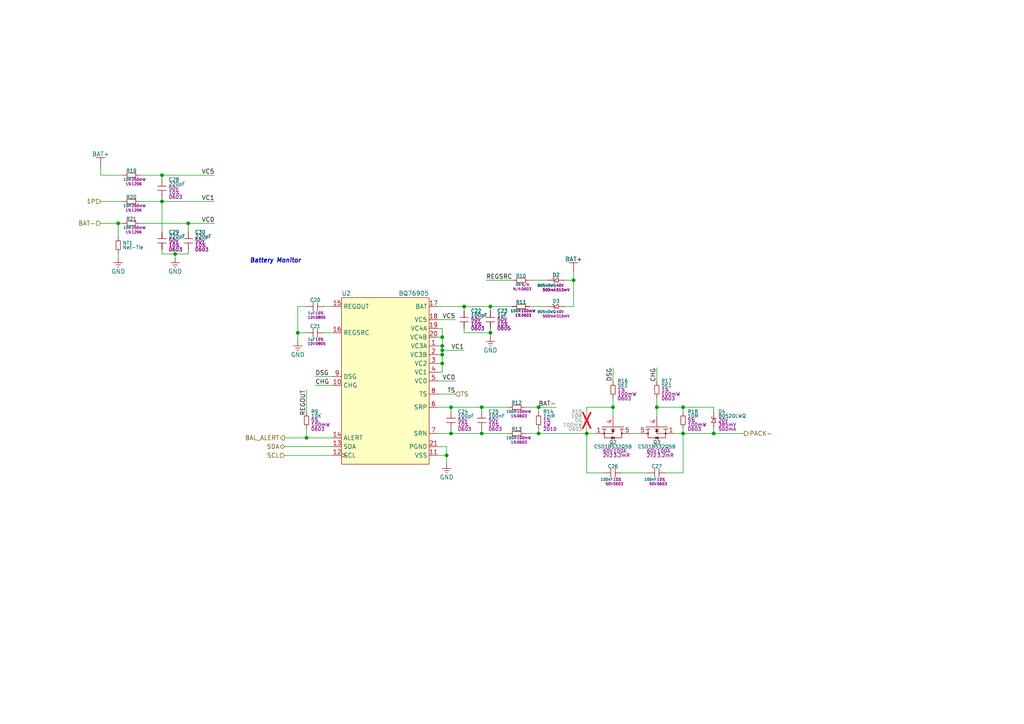
<source format=kicad_sch>
(kicad_sch (version 20231120) (generator "eeschema") (generator_version "8.0")
  (paper "A4")
  (title_block (title "LiFePO4 Monitor & Balancer") (date "2024-10-13") (rev "01") (comment 2 "PROTOTYPE") (comment 3 "2024"))
  (lib_symbols
    (symbol "C_2" (pin_numbers hide) (pin_names hide)
      (property "Reference" "C?" (at 1.905 2.54 0))
      (property "Value" "CAP" (at 1.905 1.27 0))
      (property "Tolerance" "TOL" (at 1.905 -1.27 0))
      (property "Voltage Rating" "VOLTAGE" (at 1.905 0 0))
      (property "Package" "PKG" (at 1.905 -2.54 0))
      (symbol "C_2_0_1"
        (polyline (pts (xy -1.27 -0.635) (xy 1.27 -0.635)))
        (polyline (pts (xy -1.27 0.635) (xy 1.27 0.635)))
      )
      (symbol "C_2_1_1"
        (pin passive line (at 0 2.54 270) (length 1.905) (name "") (number "1"))
        (pin passive line (at 0 -2.54 90) (length 1.905) (name "") (number "2"))
      )
    )
    (symbol "DS-PMIC:BQ76905"
      (property "Reference" "U" (at -12.7 25.4 0))
      (property "Value" "BQ76905" (at 12.7 25.4 0))
      (symbol "BQ76905_0_0"
        (pin input line (at 15.24 10.16 180) (length 2.54) (name "VC3A") (number "1"))
        (pin output line (at -15.24 -1.27 0) (length 2.54) (name "CHG") (number "10"))
        (pin passive line (at 15.24 -21.59 180) (length 2.54) (name "VSS") (number "11"))
        (pin input clock (at -15.24 -21.59 0) (length 2.54) (name "SCL") (number "12"))
        (pin bidirectional line (at -15.24 -19.05 0) (length 2.54) (name "SDA") (number "13"))
        (pin output line (at -15.24 -16.51 0) (length 2.54) (name "ALERT") (number "14"))
        (pin power_out line (at -15.24 21.59 0) (length 2.54) (name "REGOUT") (number "15"))
        (pin input line (at -15.24 13.97 0) (length 2.54) (name "REGSRC") (number "16"))
        (pin power_out line (at 15.24 21.59 180) (length 2.54) (name "BAT") (number "17"))
        (pin input line (at 15.24 17.78 180) (length 2.54) (name "VC5") (number "18"))
        (pin input line (at 15.24 15.24 180) (length 2.54) (name "VC4A") (number "19"))
        (pin input line (at 15.24 7.62 180) (length 2.54) (name "VC3B") (number "2"))
        (pin input line (at 15.24 12.7 180) (length 2.54) (name "VC4B") (number "20"))
        (pin input line (at 15.24 5.08 180) (length 2.54) (name "VC2") (number "3"))
        (pin input line (at 15.24 2.54 180) (length 2.54) (name "VC1") (number "4"))
        (pin input line (at 15.24 0 180) (length 2.54) (name "VC0") (number "5"))
        (pin input line (at 15.24 -7.62 180) (length 2.54) (name "SRP") (number "6"))
        (pin input line (at 15.24 -15.24 180) (length 2.54) (name "SRN") (number "7"))
        (pin bidirectional line (at 15.24 -3.81 180) (length 2.54) (name "TS") (number "8"))
        (pin output line (at -15.24 1.27 0) (length 2.54) (name "DSG") (number "9"))
      )
      (symbol "BQ76905_1_1"
        (rectangle (start -12.7 24.13) (end 12.7 -24.13) (fill (type background)))
        (pin passive line (at 15.24 -19.05 180) (length 2.54) (name "PGND") (number "21"))
      )
    )
    (symbol "DS-Passives:C" (pin_numbers hide) (pin_names hide)
      (property "Reference" "C?" (at 1.905 2.54 0))
      (property "Value" "CAP" (at 1.905 1.27 0))
      (property "Tolerance" "TOL" (at 1.905 -1.27 0))
      (property "Voltage Rating" "VOLTAGE" (at 1.905 0 0))
      (property "Package" "PKG" (at 1.905 -2.54 0))
      (symbol "C_0_1"
        (polyline (pts (xy -1.27 -0.635) (xy 1.27 -0.635)))
        (polyline (pts (xy -1.27 0.635) (xy 1.27 0.635)))
      )
      (symbol "C_1_1"
        (pin passive line (at 0 2.54 270) (length 1.905) (name "") (number "1"))
        (pin passive line (at 0 -2.54 90) (length 1.905) (name "") (number "2"))
      )
    )
    (symbol "DS-Passives:C_horizontal"
      (property "Reference" "C?" (at 0 1.905 0))
      (property "Value" "CAP" (at 0 -1.905 0))
      (property "Tolerace" "TOL" (at 0 -1.905 0))
      (property "Voltage Rating" "VOLT" (at 0 -3.175 0))
      (property "Package" "PKG" (at 0 -3.175 0))
      (symbol "C_horizontal_0_1"
        (polyline (pts (xy -0.635 -1.27) (xy -0.635 1.27)))
        (polyline (pts (xy 0.635 -1.27) (xy 0.635 1.27)))
      )
      (symbol "C_horizontal_1_1"
        (pin passive line (at -2.54 0 0) (length 1.905) (name "") (number "1"))
        (pin passive line (at 2.54 0 180) (length 1.905) (name "") (number "2"))
      )
    )
    (symbol "DS-Passives:D_Schottky_horizontal" (pin_numbers hide)
      (property "Reference" "D" (at 0 1.524 0))
      (property "Value" "VAL" (at 0 -1.524 0))
      (property "Reverse Voltage" "RVOLT" (at 0 -1.524 0))
      (property "Forward Voltage" "FVOLT" (at 0 -2.794 0))
      (property "Current" "CURR" (at 0 -2.794 0))
      (symbol "D_Schottky_horizontal_1_0"
        (pin passive line (at -2.54 0 0) (length 1.905) (name "") (number "1"))
        (pin passive line (at 2.54 0 180) (length 1.905) (name "") (number "2"))
      )
      (symbol "D_Schottky_horizontal_1_1"
        (polyline (pts (xy -0.635 0.635) (xy -0.635 -0.635) (xy 0.635 0) (xy -0.635 0.635)) (stroke (width 0.1524)))
        (polyline (pts (xy 0.635 0) (xy 0.635 -0.635) (xy 0.381 -0.635) (xy 0.254 -0.635) (xy 0.254 -0.381)) (stroke (width 0.127)))
        (polyline (pts (xy 0.635 0) (xy 0.635 0.635) (xy 0.889 0.635) (xy 1.016 0.635) (xy 1.016 0.381)) (stroke (width 0.127)))
      )
    )
    (symbol "DS-Passives:NT"
      (property "Reference" "NT?" (at 1.27 0.635 0))
      (property "Value" "Net-Tie" (at 1.27 -0.635 0))
      (symbol "NT_0_1"
        (polyline (pts (xy -0.635 1.27) (xy -0.635 -1.27) (xy 0.635 -1.27) (xy 0.635 1.27) (xy -0.635 1.27)))
      )
      (symbol "NT_1_1"
        (pin passive line (at 0 2.54 270) (length 1.27) (name "") (number "1"))
        (pin passive line (at 0 -2.54 90) (length 1.27) (name "") (number "2"))
      )
    )
    (symbol "DS-Passives:R"
      (property "Reference" "R?" (at 1.27 2.54 0))
      (property "Value" "VAL" (at 1.27 1.27 0))
      (property "Tolerance" "TOL" (at 1.27 0 0))
      (property "Power Rating" "PWR" (at 1.27 -1.27 0))
      (property "Package" "PKG" (at 1.27 -2.54 0))
      (symbol "R_0_1"
        (polyline (pts (xy -0.635 1.27) (xy -0.635 -1.27) (xy 0.635 -1.27) (xy 0.635 1.27) (xy -0.635 1.27)))
      )
      (symbol "R_1_1"
        (pin passive line (at 0 2.54 270) (length 1.27) (name "") (number "1"))
        (pin passive line (at 0 -2.54 90) (length 1.27) (name "") (number "2"))
      )
    )
    (symbol "DS-Passives:R_horizontal"
      (property "Reference" "R?" (at 0 1.27 0))
      (property "Value" "VAL" (at 0 -1.27 0))
      (property "Tolerance" "TOL" (at 0 -2.54 0))
      (property "Power Rating" "PWR" (at 0 -1.27 0))
      (property "Package" "PKG" (at 0 -2.54 0))
      (symbol "R_horizontal_0_1"
        (polyline (pts (xy -1.27 -0.635) (xy 1.27 -0.635) (xy 1.27 0.635) (xy -1.27 0.635) (xy -1.27 -0.635)))
      )
      (symbol "R_horizontal_1_1"
        (pin passive line (at -2.54 0 0) (length 1.27) (name "") (number "1"))
        (pin passive line (at 2.54 0 180) (length 1.27) (name "") (number "2"))
      )
    )
    (symbol "DS-Power:BAT+" (power) (pin_numbers hide) (pin_names (offset 0) hide)
      (property "Value" "BAT+" (at 0 3.556 0))
      (symbol "BAT+_0_1"
        (polyline (pts (xy -1.27 2.54) (xy 0 2.54)))
        (polyline (pts (xy 0 0) (xy 0 2.54)))
        (polyline (pts (xy 0 2.54) (xy 1.27 2.54)))
      )
      (symbol "BAT+_1_1"
        (pin power_in line (at 0 0 90) (length 0) (name "~") (number "1"))
      )
    )
    (symbol "DS-Power:GND" (power) (pin_numbers hide) (pin_names (offset 0) hide)
      (property "Value" "GND" (at 0 -3.81 0))
      (symbol "GND_0_1"
        (polyline (pts (xy -1.27 -1.27) (xy -1.27 -1.27)))
        (polyline (pts (xy -0.635 -1.905) (xy 0.635 -1.905)))
        (polyline (pts (xy -0.254 -2.54) (xy -0.254 -2.54)))
        (polyline (pts (xy -0.254 -2.54) (xy 0.254 -2.54)))
        (polyline (pts (xy 0 0) (xy 0 -1.27)))
        (polyline (pts (xy 1.27 -1.27) (xy -1.27 -1.27)))
      )
      (symbol "GND_1_1"
        (pin power_in line (at 0 0 270) (length 0) (name "~") (number "1"))
      )
    )
    (symbol "DS-Transistors:NMOS_SGD_PWR" (pin_names hide)
      (property "Reference" "Q" (at 0 6.35 0))
      (property "Value" "VAL" (at 0 5.08 0))
      (property "VDSS" "VDSS" (at 0 3.81 0))
      (property "VGSTH" "VGSTH" (at 0 2.54 0))
      (property "ID" "ID" (at 0 3.81 0))
      (property "RDSON" "RDSON" (at 0 2.54 0))
      (symbol "NMOS_SGD_PWR_0_1"
        (polyline (pts (xy -3.175 -1.27) (xy -1.905 -1.27)))
        (polyline (pts (xy -0.635 -1.27) (xy 0.635 -1.27)))
        (polyline (pts (xy 0 0) (xy 0 -0.508)))
        (polyline (pts (xy 1.905 -1.27) (xy 3.175 -1.27)))
        (polyline (pts (xy -2.54 -1.27) (xy -2.54 0) (xy -3.175 0)))
        (polyline (pts (xy 2.54 -1.27) (xy 2.54 0) (xy 3.175 0)))
      )
      (symbol "NMOS_SGD_PWR_1_0"
        (pin passive line (at 5.08 0 180) (length 1.905) (name "") (number "1"))
        (pin passive line (at 5.08 0 180) (length 1.905) hide (name "") (number "2"))
        (pin passive line (at 5.08 0 180) (length 1.905) hide (name "") (number "3"))
        (pin passive line (at 0 -5.08 90) (length 3.175) (name "") (number "4"))
        (pin passive line (at -5.08 0 0) (length 1.905) (name "") (number "5"))
        (pin passive line (at -5.08 0 0) (length 1.905) hide (name "") (number "6"))
        (pin passive line (at -5.08 0 0) (length 1.905) hide (name "8") (number "6"))
        (pin passive line (at -5.08 0 0) (length 1.905) hide (name "") (number "7"))
      )
      (symbol "NMOS_SGD_PWR_1_1"
        (circle (center -2.54 0) (radius 0.1796) (fill (type outline)))
        (polyline (pts (xy -3.175 -1.905) (xy 3.175 -1.905)))
        (polyline (pts (xy -0.381 1.651) (xy -0.381 0.889)))
        (polyline (pts (xy 0 0) (xy 2.54 0)))
        (polyline (pts (xy -2.54 0) (xy -2.54 1.27) (xy -0.381 1.27)))
        (polyline (pts (xy 0.381 1.27) (xy 2.54 1.27) (xy 2.54 0)))
        (polyline (pts (xy -0.381 1.27) (xy 0.381 0.889) (xy 0.381 1.651) (xy -0.381 1.27)) (fill (type outline)))
        (polyline (pts (xy 0 -1.27) (xy 0.381 -0.508) (xy -0.381 -0.508) (xy 0 -1.27)) (fill (type outline)))
        (circle (center 2.54 0) (radius 0.1796) (fill (type outline)))
      )
    )
    (symbol "D_Schottky_1" (pin_numbers hide)
      (property "Reference" "D" (at 1.27 2.54 0))
      (property "Value" "VAL" (at 1.27 1.27 0))
      (property "Reverse Voltage" "RVOLT" (at 1.27 0 0))
      (property "Forward Voltage" "FVOLT" (at 1.27 -1.27 0))
      (property "Current" "CURR" (at 1.27 -2.54 0))
      (symbol "D_Schottky_1_1_0"
        (pin passive line (at 0 -2.54 90) (length 1.905) (name "") (number "1"))
        (pin passive line (at 0 2.54 270) (length 1.905) (name "") (number "2"))
      )
      (symbol "D_Schottky_1_1_1"
        (polyline (pts (xy -0.635 -0.635) (xy 0.635 -0.635) (xy 0 0.635) (xy -0.635 -0.635)) (stroke (width 0.1524)))
        (polyline (pts (xy 0 0.635) (xy -0.635 0.635) (xy -0.635 0.889) (xy -0.635 1.016) (xy -0.381 1.016)) (stroke (width 0.127)))
        (polyline (pts (xy 0 0.635) (xy 0.635 0.635) (xy 0.635 0.381) (xy 0.635 0.254) (xy 0.381 0.254)) (stroke (width 0.127)))
      )
    )
  )
  (junction (at 139.7 118.11))
  (junction (at 177.8 118.11))
  (junction (at 88.9 127))
  (junction (at 207.01 125.73))
  (junction (at 130.81 118.11))
  (junction (at 190.5 118.11))
  (junction (at 198.12 118.11))
  (junction (at 46.99 58.42))
  (junction (at 156.21 125.73))
  (junction (at 142.24 88.9))
  (junction (at 198.12 125.73))
  (junction (at 170.18 125.73))
  (junction (at 129.54 132.08))
  (junction (at 130.81 125.73))
  (junction (at 134.62 88.9))
  (junction (at 156.21 118.11))
  (junction (at 128.27 97.79))
  (junction (at 142.24 96.52))
  (junction (at 166.37 81.28))
  (junction (at 34.29 64.77))
  (junction (at 139.7 125.73))
  (junction (at 128.27 101.6))
  (junction (at 50.8 73.66))
  (junction (at 86.36 96.52))
  (junction (at 128.27 100.33))
  (junction (at 46.99 50.8))
  (junction (at 54.61 64.77))
  (junction (at 128.27 102.87))
  (junction (at 128.27 105.41))
  (wire (pts (xy 139.7 118.11) (xy 147.32 118.11)))
  (wire (pts (xy 170.18 137.16) (xy 170.18 125.73)))
  (wire (pts (xy 190.5 106.68) (xy 190.5 110.49)))
  (wire (pts (xy 86.36 96.52) (xy 86.36 99.06)))
  (wire (pts (xy 142.24 88.9) (xy 142.24 90.17)))
  (wire (pts (xy 198.12 125.73) (xy 207.01 125.73)))
  (wire (pts (xy 127 92.71) (xy 132.08 92.71)))
  (wire (pts (xy 34.29 64.77) (xy 35.56 64.77)))
  (wire (pts (xy 128.27 105.41) (xy 128.27 107.95)))
  (wire (pts (xy 82.55 129.54) (xy 96.52 129.54)))
  (wire (pts (xy 134.62 95.25) (xy 134.62 96.52)))
  (wire (pts (xy 128.27 95.25) (xy 128.27 97.79)))
  (wire (pts (xy 34.29 73.66) (xy 34.29 74.93)))
  (wire (pts (xy 46.99 72.39) (xy 46.99 73.66)))
  (wire (pts (xy 128.27 100.33) (xy 128.27 101.6)))
  (wire (pts (xy 153.67 81.28) (xy 158.75 81.28)))
  (wire (pts (xy 127 102.87) (xy 128.27 102.87)))
  (wire (pts (xy 177.8 106.68) (xy 177.8 110.49)))
  (wire (pts (xy 40.64 58.42) (xy 46.99 58.42)))
  (wire (pts (xy 172.72 125.73) (xy 170.18 125.73)))
  (wire (pts (xy 127 100.33) (xy 128.27 100.33)))
  (wire (pts (xy 153.67 88.9) (xy 158.75 88.9)))
  (wire (pts (xy 134.62 90.17) (xy 134.62 88.9)))
  (wire (pts (xy 127 129.54) (xy 129.54 129.54)))
  (wire (pts (xy 127 97.79) (xy 128.27 97.79)))
  (wire (pts (xy 127 95.25) (xy 128.27 95.25)))
  (wire (pts (xy 127 118.11) (xy 130.81 118.11)))
  (wire (pts (xy 54.61 64.77) (xy 62.23 64.77)))
  (wire (pts (xy 46.99 50.8) (xy 46.99 52.07)))
  (wire (pts (xy 190.5 118.11) (xy 198.12 118.11)))
  (wire (pts (xy 198.12 125.73) (xy 195.58 125.73)))
  (wire (pts (xy 134.62 101.6) (xy 128.27 101.6)))
  (wire (pts (xy 156.21 125.73) (xy 156.21 124.46)))
  (wire (pts (xy 29.21 48.26) (xy 29.21 50.8)))
  (wire (pts (xy 129.54 132.08) (xy 129.54 134.62)))
  (wire (pts (xy 96.52 109.22) (xy 91.44 109.22)))
  (wire (pts (xy 88.9 96.52) (xy 86.36 96.52)))
  (wire (pts (xy 156.21 125.73) (xy 170.18 125.73)))
  (wire (pts (xy 190.5 118.11) (xy 190.5 120.65)))
  (wire (pts (xy 142.24 96.52) (xy 142.24 97.79)))
  (wire (pts (xy 82.55 132.08) (xy 96.52 132.08)))
  (wire (pts (xy 40.64 50.8) (xy 46.99 50.8)))
  (wire (pts (xy 139.7 125.73) (xy 147.32 125.73)))
  (wire (pts (xy 207.01 125.73) (xy 207.01 124.46)))
  (wire (pts (xy 166.37 78.74) (xy 166.37 81.28)))
  (wire (pts (xy 156.21 118.11) (xy 152.4 118.11)))
  (wire (pts (xy 130.81 125.73) (xy 130.81 124.46)))
  (wire (pts (xy 46.99 58.42) (xy 62.23 58.42)))
  (wire (pts (xy 127 88.9) (xy 134.62 88.9)))
  (wire (pts (xy 50.8 73.66) (xy 50.8 74.93)))
  (wire (pts (xy 198.12 118.11) (xy 198.12 119.38)))
  (wire (pts (xy 46.99 50.8) (xy 62.23 50.8)))
  (wire (pts (xy 156.21 118.11) (xy 161.29 118.11)))
  (wire (pts (xy 127 110.49) (xy 132.08 110.49)))
  (wire (pts (xy 34.29 64.77) (xy 34.29 68.58)))
  (wire (pts (xy 130.81 118.11) (xy 130.81 119.38)))
  (wire (pts (xy 86.36 88.9) (xy 86.36 96.52)))
  (wire (pts (xy 54.61 72.39) (xy 54.61 73.66)))
  (wire (pts (xy 139.7 125.73) (xy 139.7 124.46)))
  (wire (pts (xy 193.04 137.16) (xy 198.12 137.16)))
  (wire (pts (xy 128.27 100.33) (xy 128.27 97.79)))
  (wire (pts (xy 54.61 64.77) (xy 54.61 67.31)))
  (wire (pts (xy 40.64 64.77) (xy 54.61 64.77)))
  (wire (pts (xy 88.9 88.9) (xy 86.36 88.9)))
  (wire (pts (xy 134.62 88.9) (xy 142.24 88.9)))
  (wire (pts (xy 129.54 129.54) (xy 129.54 132.08)))
  (wire (pts (xy 96.52 111.76) (xy 91.44 111.76)))
  (wire (pts (xy 177.8 118.11) (xy 177.8 120.65)))
  (wire (pts (xy 127 132.08) (xy 129.54 132.08)))
  (wire (pts (xy 207.01 119.38) (xy 207.01 118.11)))
  (wire (pts (xy 163.83 81.28) (xy 166.37 81.28)))
  (wire (pts (xy 134.62 96.52) (xy 142.24 96.52)))
  (wire (pts (xy 177.8 115.57) (xy 177.8 118.11)))
  (wire (pts (xy 130.81 118.11) (xy 139.7 118.11)))
  (wire (pts (xy 128.27 102.87) (xy 128.27 105.41)))
  (wire (pts (xy 127 114.3) (xy 132.08 114.3)))
  (wire (pts (xy 198.12 125.73) (xy 198.12 137.16)))
  (wire (pts (xy 127 105.41) (xy 128.27 105.41)))
  (wire (pts (xy 170.18 119.38) (xy 170.18 118.11)))
  (wire (pts (xy 54.61 73.66) (xy 50.8 73.66)))
  (wire (pts (xy 128.27 101.6) (xy 128.27 102.87)))
  (wire (pts (xy 156.21 119.38) (xy 156.21 118.11)))
  (wire (pts (xy 29.21 64.77) (xy 34.29 64.77)))
  (wire (pts (xy 88.9 124.46) (xy 88.9 127)))
  (wire (pts (xy 198.12 118.11) (xy 207.01 118.11)))
  (wire (pts (xy 82.55 127) (xy 88.9 127)))
  (wire (pts (xy 170.18 118.11) (xy 177.8 118.11)))
  (wire (pts (xy 130.81 125.73) (xy 139.7 125.73)))
  (wire (pts (xy 88.9 127) (xy 96.52 127)))
  (wire (pts (xy 166.37 88.9) (xy 166.37 81.28)))
  (wire (pts (xy 152.4 125.73) (xy 156.21 125.73)))
  (wire (pts (xy 93.98 96.52) (xy 96.52 96.52)))
  (wire (pts (xy 29.21 58.42) (xy 35.56 58.42)))
  (wire (pts (xy 198.12 125.73) (xy 198.12 124.46)))
  (wire (pts (xy 215.9 125.73) (xy 207.01 125.73)))
  (wire (pts (xy 46.99 67.31) (xy 46.99 58.42)))
  (wire (pts (xy 163.83 88.9) (xy 166.37 88.9)))
  (wire (pts (xy 170.18 124.46) (xy 170.18 125.73)))
  (wire (pts (xy 190.5 115.57) (xy 190.5 118.11)))
  (wire (pts (xy 180.34 137.16) (xy 187.96 137.16)))
  (wire (pts (xy 96.52 88.9) (xy 93.98 88.9)))
  (wire (pts (xy 127 125.73) (xy 130.81 125.73)))
  (wire (pts (xy 29.21 50.8) (xy 35.56 50.8)))
  (wire (pts (xy 142.24 95.25) (xy 142.24 96.52)))
  (wire (pts (xy 127 107.95) (xy 128.27 107.95)))
  (wire (pts (xy 185.42 125.73) (xy 182.88 125.73)))
  (wire (pts (xy 46.99 57.15) (xy 46.99 58.42)))
  (wire (pts (xy 140.97 81.28) (xy 148.59 81.28)))
  (wire (pts (xy 175.26 137.16) (xy 170.18 137.16)))
  (wire (pts (xy 142.24 88.9) (xy 148.59 88.9)))
  (wire (pts (xy 88.9 113.03) (xy 88.9 119.38)))
  (wire (pts (xy 139.7 118.11) (xy 139.7 119.38)))
  (wire (pts (xy 46.99 73.66) (xy 50.8 73.66)))
  (text "Battery Monitor" (at 72.39 75.692 0) (effects (font (size 1.27 1.27) (thickness 0.254) (bold yes) (italic yes)) (justify left)))
  (label "CHG" (at 91.44 111.76 0))
  (label "VC5" (at 132.08 92.71 180))
  (label "DSG" (at 177.8 106.68 270))
  (label "VC1" (at 62.23 58.42 180))
  (label "DSG" (at 91.44 109.22 0))
  (label "VC5" (at 62.23 50.8 180))
  (label "TS" (at 132.08 114.3 180))
  (label "VC0" (at 62.23 64.77 180))
  (label "REGOUT" (at 88.9 113.03 270))
  (label "REGSRC" (at 140.97 81.28 0))
  (label "CHG" (at 190.5 106.68 270))
  (label "BAT-" (at 161.29 118.11 180))
  (label "VC0" (at 132.08 110.49 180))
  (label "VC1" (at 134.62 101.6 180))
  (hierarchical_label "1P" (shape input) (at 29.21 58.42 180))
  (hierarchical_label "BAL_ALERT" (shape output) (at 82.55 127 180))
  (hierarchical_label "SDA" (shape bidirectional) (at 82.55 129.54 180))
  (hierarchical_label "TS" (shape input) (at 132.08 114.3 0))
  (hierarchical_label "PACK-" (shape output) (at 215.9 125.73 0))
  (hierarchical_label "SCL" (shape input) (at 82.55 132.08 180))
  (hierarchical_label "BAT-" (shape input) (at 29.21 64.77 180))
  (symbol (lib_id "DS-Passives:R") (at 190.5 113.03 0) (unit 1)
    (property "Reference" "R17" (at 191.77 110.49 0) (effects (font (size 1.016 1.016)) (justify left)))
    (property "Value" "5K1" (at 191.77 111.76 0) (effects (font (size 1.016 1.016)) (justify left)))
    (property "Footprint" "DS-Resistors-SMD:CRCW0603" (effects (hide yes)))
    (property "Datasheet" "datasheets/Vishay-Dale-DRCWe3.pdf" (effects (hide yes)))
    (property "Description" "RES SMD 5.1K OHM 1% 1/10W 0603" (effects (hide yes)))
    (property "Manufacturer" "Vishay Dale" (effects (hide yes)))
    (property "MPN" "CRCW06035K10FKEA" (effects (hide yes)))
    (property "DKPN" "541-5.10KHCT-ND" (effects (hide yes)))
    (property "Tolerance" "1%" (at 191.77 113.03 0) (effects (font (size 1.016 1.016)) (justify left)))
    (property "Power Rating" "100mW" (at 191.77 114.3 0) (effects (font (size 1.016 1.016)) (justify left)))
    (property "Package" "0603" (at 191.77 115.57 0) (effects (font (size 1.016 1.016)) (justify left)))
  )
  (symbol (lib_id "DS-Passives:C_horizontal") (at 190.5 137.16 0) (unit 1)
    (property "Reference" "C27" (at 190.5 135.255 0) (effects (font (size 1.016 1.016))))
    (property "Value" "100nF" (at 190.5 139.065 0) (effects (font (size 0.762 0.762)) (justify right)))
    (property "Footprint" "DS-Capacitors-SMD:MLCC0603" (effects (hide yes)))
    (property "Datasheet" "datasheets/Kyocera-AVX-MLCCKAM.pdf" (effects (hide yes)))
    (property "Manufacturer" "KYOCERA AVX" (effects (hide yes)))
    (property "MPN" "06035C104K4T4A" (effects (hide yes)))
    (property "DKPN" "478-KAM15AR71H104KMCT-ND" (effects (hide yes)))
    (property "Tolerace" "10%" (at 190.5 139.065 0) (effects (font (size 0.762 0.762)) (justify left)))
    (property "Voltage Rating" "50V" (at 190.5 140.335 0) (effects (font (size 0.762 0.762)) (justify right)))
    (property "Package" "0603" (at 190.5 140.335 0) (effects (font (size 0.762 0.762)) (justify left)))
  )
  (symbol (lib_id "DS-Passives:C") (at 134.62 92.71 0) (unit 1)
    (property "Reference" "C22" (at 136.525 90.17 0) (effects (font (size 1.016 1.016)) (justify left)))
    (property "Value" "100pF" (at 136.525 91.44 0) (effects (font (size 1.016 1.016)) (justify left)))
    (property "Footprint" "DS-Capacitors-SMD:MLCC0603" (effects (hide yes)))
    (property "Datasheet" "datasheets/Kyocera-AVX-MLCCKAM.pdf" (effects (hide yes)))
    (property "Description" "CAP CER 100PF 50V X7R 0603" (effects (hide yes)))
    (property "Manufacturer" "KYOCERA AVX" (effects (hide yes)))
    (property "MPN" "KGM15AR71H101KT" (effects (hide yes)))
    (property "DKPN" "478-KGM15AR71H101KTCT-ND" (effects (hide yes)))
    (property "Tolerance" "10%" (at 136.525 93.98 0) (effects (font (size 1.016 1.016)) (justify left)))
    (property "Voltage Rating" "50V" (at 136.525 92.71 0) (effects (font (size 1.016 1.016)) (justify left)))
    (property "Package" "0603" (at 136.525 95.25 0) (effects (font (size 1.016 1.016)) (justify left)))
  )
  (symbol (lib_id "DS-Passives:R_horizontal") (at 149.86 118.11 0) (unit 1)
    (property "Reference" "R12" (at 149.86 116.84 0) (effects (font (size 1.016 1.016))))
    (property "Value" "100R" (at 149.86 119.38 0) (effects (font (size 0.762 0.762)) (justify right)))
    (property "Footprint" "DS-Resistors-SMD:CRCW0603" (effects (hide yes)))
    (property "Datasheet" "datasheets/Vishay-Dale-DRCWe3.pdf" (effects (hide yes)))
    (property "Description" "RES SMD 100 OHM 1% 1/10W 0603" (effects (hide yes)))
    (property "Manufacturer" "Vishay Dale" (effects (hide yes)))
    (property "MPN" "CRCW0603100RFKEA" (effects (hide yes)))
    (property "DKPN" "541-100HCT-ND" (effects (hide yes)))
    (property "Tolerance" "1%" (at 149.86 120.65 0) (effects (font (size 0.762 0.762)) (justify right)))
    (property "Power Rating" "100mW" (at 149.86 119.38 0) (effects (font (size 0.762 0.762)) (justify left)))
    (property "Package" "0603" (at 149.86 120.65 0) (effects (font (size 0.762 0.762)) (justify left)))
  )
  (symbol (lib_id "DS-Power:GND") (at 50.8 74.93 0) (unit 1)
    (property "Reference" "#PWR018" (effects (hide yes)))
    (property "Value" "GND" (at 50.8 78.74 0))
  )
  (symbol (lib_id "DS-Passives:C") (at 142.24 92.71 0) (unit 1)
    (property "Reference" "C23" (at 144.145 90.17 0) (effects (font (size 1.016 1.016)) (justify left)))
    (property "Value" "1uF" (at 144.145 91.44 0) (effects (font (size 1.016 1.016)) (justify left)))
    (property "Footprint" "DS-Capacitors-SMD:MLCC0805" (effects (hide yes)))
    (property "Datasheet" "datasheets/Kyocera-AVX-MLCCKAM.pdf" (effects (hide yes)))
    (property "Description" "CAP CER 1UF 50V X7R 0805" (effects (hide yes)))
    (property "Manufacturer" "KYOCERA AVX" (effects (hide yes)))
    (property "MPN" "08055C105KAT4A" (effects (hide yes)))
    (property "DKPN" "478-KGM21AR71H105KLCT-ND" (effects (hide yes)))
    (property "Tolerance" "10%" (at 144.145 93.98 0) (effects (font (size 1.016 1.016)) (justify left)))
    (property "Voltage Rating" "50V" (at 144.145 92.71 0) (effects (font (size 1.016 1.016)) (justify left)))
    (property "Package" "0805" (at 144.145 95.25 0) (effects (font (size 1.016 1.016)) (justify left)))
  )
  (symbol (lib_id "DS-Power:GND") (at 34.29 74.93 0) (unit 1)
    (property "Reference" "#PWR019" (effects (hide yes)))
    (property "Value" "GND" (at 34.29 78.74 0))
  )
  (symbol (lib_id "DS-Passives:R") (at 156.21 121.92 0) (unit 1)
    (property "Reference" "R14" (at 157.48 119.38 0) (effects (font (size 1.016 1.016)) (justify left)))
    (property "Value" "1mR" (at 157.48 120.65 0) (effects (font (size 1.016 1.016)) (justify left)))
    (property "Footprint" "DS-Resistors-SMD:WSLHP2010" (effects (hide yes)))
    (property "Datasheet" "datasheets/Vishay-Dale-WSL-HP.pdf" (effects (hide yes)))
    (property "Description" "RES 0.001 OHM 1% 1W 2010" (effects (hide yes)))
    (property "Manufacturer" "Vishay Dale" (effects (hide yes)))
    (property "MPN" "WSL20101L000FEA18" (effects (hide yes)))
    (property "DKPN" "WSLF-.001CT-ND" (effects (hide yes)))
    (property "Tolerance" "1%" (at 157.48 121.92 0) (effects (font (size 1.016 1.016)) (justify left)))
    (property "Power Rating" "1W" (at 157.48 123.19 0) (effects (font (size 1.016 1.016)) (justify left)))
    (property "Package" "2010" (at 157.48 124.46 0) (effects (font (size 1.016 1.016)) (justify left)))
  )
  (symbol (lib_id "DS-Power:GND") (at 86.36 99.06 0) (unit 1)
    (property "Reference" "#PWR020" (effects (hide yes)))
    (property "Value" "GND" (at 86.36 102.87 0))
  )
  (symbol (lib_id "DS-Power:BAT+") (at 29.21 48.26 0) (unit 1)
    (property "Reference" "#PWR06" (effects (hide yes)))
    (property "Value" "BAT+" (at 29.21 44.704 0))
  )
  (symbol (lib_id "DS-Power:BAT+") (at 166.37 78.74 0) (unit 1)
    (property "Reference" "#PWR07" (effects (hide yes)))
    (property "Value" "BAT+" (at 166.37 75.184 0))
  )
  (symbol (lib_id "DS-Passives:C") (at 130.81 121.92 0) (unit 1)
    (property "Reference" "C24" (at 132.715 119.38 0) (effects (font (size 1.016 1.016)) (justify left)))
    (property "Value" "100pF" (at 132.715 120.65 0) (effects (font (size 1.016 1.016)) (justify left)))
    (property "Footprint" "DS-Capacitors-SMD:MLCC0603" (effects (hide yes)))
    (property "Datasheet" "datasheets/Kyocera-AVX-MLCCKAM.pdf" (effects (hide yes)))
    (property "Description" "CAP CER 100PF 50V X7R 0603" (effects (hide yes)))
    (property "Manufacturer" "KYOCERA AVX" (effects (hide yes)))
    (property "MPN" "KGM15AR71H101KT" (effects (hide yes)))
    (property "DKPN" "478-KGM15AR71H101KTCT-ND" (effects (hide yes)))
    (property "Tolerance" "10%" (at 132.715 123.19 0) (effects (font (size 1.016 1.016)) (justify left)))
    (property "Voltage Rating" "50V" (at 132.715 121.92 0) (effects (font (size 1.016 1.016)) (justify left)))
    (property "Package" "0603" (at 132.715 124.46 0) (effects (font (size 1.016 1.016)) (justify left)))
  )
  (symbol (lib_id "DS-Passives:R_horizontal") (at 151.13 88.9 0) (unit 1)
    (property "Reference" "R11" (at 151.13 87.63 0) (effects (font (size 1.016 1.016))))
    (property "Value" "100R" (at 151.13 90.17 0) (effects (font (size 0.762 0.762)) (justify right)))
    (property "Footprint" "DS-Resistors-SMD:CRCW0603" (effects (hide yes)))
    (property "Datasheet" "datasheets/Vishay-Dale-DRCWe3.pdf" (effects (hide yes)))
    (property "Description" "RES SMD 100 OHM 1% 1/10W 0603" (effects (hide yes)))
    (property "Manufacturer" "Vishay Dale" (effects (hide yes)))
    (property "MPN" "CRCW0603100RFKEA" (effects (hide yes)))
    (property "DKPN" "541-100HCT-ND" (effects (hide yes)))
    (property "Tolerance" "1%" (at 151.13 91.44 0) (effects (font (size 0.762 0.762)) (justify right)))
    (property "Power Rating" "100mW" (at 151.13 90.17 0) (effects (font (size 0.762 0.762)) (justify left)))
    (property "Package" "0603" (at 151.13 91.44 0) (effects (font (size 0.762 0.762)) (justify left)))
  )
  (symbol (lib_id "DS-Passives:C_horizontal") (at 177.8 137.16 0) (unit 1)
    (property "Reference" "C26" (at 177.8 135.255 0) (effects (font (size 1.016 1.016))))
    (property "Value" "100nF" (at 177.8 139.065 0) (effects (font (size 0.762 0.762)) (justify right)))
    (property "Footprint" "DS-Capacitors-SMD:MLCC0603" (effects (hide yes)))
    (property "Datasheet" "datasheets/Kyocera-AVX-MLCCKAM.pdf" (effects (hide yes)))
    (property "Manufacturer" "KYOCERA AVX" (effects (hide yes)))
    (property "MPN" "06035C104K4T4A" (effects (hide yes)))
    (property "DKPN" "478-KAM15AR71H104KMCT-ND" (effects (hide yes)))
    (property "Tolerace" "10%" (at 177.8 139.065 0) (effects (font (size 0.762 0.762)) (justify left)))
    (property "Voltage Rating" "50V" (at 177.8 140.335 0) (effects (font (size 0.762 0.762)) (justify right)))
    (property "Package" "0603" (at 177.8 140.335 0) (effects (font (size 0.762 0.762)) (justify left)))
  )
  (symbol (lib_id "DS-Passives:R") (at 88.9 121.92 0) (unit 1)
    (property "Reference" "R9" (at 90.17 119.38 0) (effects (font (size 1.016 1.016)) (justify left)))
    (property "Value" "10K" (at 90.17 120.65 0) (effects (font (size 1.016 1.016)) (justify left)))
    (property "Footprint" "DS-Resistors-SMD:CRCW0603" (effects (hide yes)))
    (property "Datasheet" "datasheets/Vishay-Dale-DRCWe3.pdf" (effects (hide yes)))
    (property "Description" "RES SMD 10K OHM 5% 1/10W 0603" (effects (hide yes)))
    (property "Manufacturer" "Vishay Dale" (effects (hide yes)))
    (property "MPN" "CRCW060310K0JNEA" (effects (hide yes)))
    (property "DKPN" "541-10KGCT-ND" (effects (hide yes)))
    (property "Tolerance" "5%" (at 90.17 121.92 0) (effects (font (size 1.016 1.016)) (justify left)))
    (property "Power Rating" "100mW" (at 90.17 123.19 0) (effects (font (size 1.016 1.016)) (justify left)))
    (property "Package" "0603" (at 90.17 124.46 0) (effects (font (size 1.016 1.016)) (justify left)))
  )
  (symbol (lib_id "DS-Passives:C") (at 46.99 54.61 0) (unit 1)
    (property "Reference" "C28" (at 48.895 52.07 0) (effects (font (size 1.016 1.016)) (justify left)))
    (property "Value" "220pF" (at 48.895 53.34 0) (effects (font (size 1.016 1.016)) (justify left)))
    (property "Footprint" "DS-Capacitors-SMD:MLCC0603" (effects (hide yes)))
    (property "Datasheet" "datasheets/Kyocera-AVX-MLCCKAM.pdf" (effects (hide yes)))
    (property "Description" "CAP CER 220PF 50V X7R 0603" (effects (hide yes)))
    (property "Manufacturer" "KYOCERA AVX" (effects (hide yes)))
    (property "MPN" "KGM15AR71H221KT" (effects (hide yes)))
    (property "DKPN" "478-KGM15AR71H221KTCT-ND" (effects (hide yes)))
    (property "Tolerance" "10%" (at 48.895 55.88 0) (effects (font (size 1.016 1.016)) (justify left)))
    (property "Voltage Rating" "50V" (at 48.895 54.61 0) (effects (font (size 1.016 1.016)) (justify left)))
    (property "Package" "0603" (at 48.895 57.15 0) (effects (font (size 1.016 1.016)) (justify left)))
  )
  (symbol (lib_name "D_Schottky_1") (lib_id "DSE-Passives:D_Schottky") (at 207.01 121.92 0) (unit 1)
    (property "Reference" "D4" (at 208.28 119.38 0) (effects (font (size 1.016 1.016)) (justify left)))
    (property "Value" "B0520LWQ" (at 208.28 120.65 0) (effects (font (size 1.016 1.016)) (justify left)))
    (property "Datasheet" "datasheets/Diodes-Incorporated-B0520LW.pdf" (effects (hide yes)))
    (property "Description" "DIODE SCHOTTKY 20V 500MA SOD123" (effects (hide yes)))
    (property "Manufacturer" "Diodes Incorporated" (effects (hide yes)))
    (property "MPN" "B0520LWQ-7-F" (effects (hide yes)))
    (property "DKPN" "B0520LWQ-7-FDICT-ND" (effects (hide yes)))
    (property "Reverse Voltage" "20V" (at 208.28 121.92 0) (effects (font (size 1.016 1.016)) (justify left)))
    (property "Forward Voltage" "385mV" (at 208.28 123.19 0) (effects (font (size 1.016 1.016)) (justify left)))
    (property "Current" "500mA" (at 208.28 124.46 0) (effects (font (size 1.016 1.016)) (justify left)))
  )
  (symbol (lib_id "DS-Passives:R_horizontal") (at 38.1 64.77 0) (unit 1)
    (property "Reference" "R21" (at 38.1 63.5 0) (effects (font (size 1.016 1.016))))
    (property "Value" "10R" (at 38.1 66.04 0) (effects (font (size 0.762 0.762)) (justify right)))
    (property "Datasheet" "datasheets/Vishay-Dale-DRCWe3.pdf" (effects (hide yes)))
    (property "Description" "RES SMD 10 OHM 1% 1/4W 1206" (effects (hide yes)))
    (property "Manufacturer" "Vishay Dale" (effects (hide yes)))
    (property "MPN" "CRCW120610R0FKEA" (effects (hide yes)))
    (property "DKPN" "541-10.0FCT-ND" (effects (hide yes)))
    (property "Tolerance" "1%" (at 38.1 67.31 0) (effects (font (size 0.762 0.762)) (justify right)))
    (property "Power Rating" "250mW" (at 38.1 66.04 0) (effects (font (size 0.762 0.762)) (justify left)))
    (property "Package" "1206" (at 38.1 67.31 0) (effects (font (size 0.762 0.762)) (justify left)))
  )
  (symbol (lib_id "DS-Passives:R_horizontal") (at 149.86 125.73 0) (unit 1)
    (property "Reference" "R13" (at 149.86 124.46 0) (effects (font (size 1.016 1.016))))
    (property "Value" "100R" (at 149.86 127 0) (effects (font (size 0.762 0.762)) (justify right)))
    (property "Footprint" "DS-Resistors-SMD:CRCW0603" (effects (hide yes)))
    (property "Datasheet" "datasheets/Vishay-Dale-DRCWe3.pdf" (effects (hide yes)))
    (property "Description" "RES SMD 100 OHM 1% 1/10W 0603" (effects (hide yes)))
    (property "Manufacturer" "Vishay Dale" (effects (hide yes)))
    (property "MPN" "CRCW0603100RFKEA" (effects (hide yes)))
    (property "DKPN" "541-100HCT-ND" (effects (hide yes)))
    (property "Tolerance" "1%" (at 149.86 128.27 0) (effects (font (size 0.762 0.762)) (justify right)))
    (property "Power Rating" "100mW" (at 149.86 127 0) (effects (font (size 0.762 0.762)) (justify left)))
    (property "Package" "0603" (at 149.86 128.27 0) (effects (font (size 0.762 0.762)) (justify left)))
  )
  (symbol (lib_id "DS-Passives:R_horizontal") (at 38.1 58.42 0) (unit 1)
    (property "Reference" "R20" (at 38.1 57.15 0) (effects (font (size 1.016 1.016))))
    (property "Value" "10R" (at 38.1 59.69 0) (effects (font (size 0.762 0.762)) (justify right)))
    (property "Datasheet" "datasheets/Vishay-Dale-DRCWe3.pdf" (effects (hide yes)))
    (property "Description" "RES SMD 10 OHM 1% 1/4W 1206" (effects (hide yes)))
    (property "Manufacturer" "Vishay Dale" (effects (hide yes)))
    (property "MPN" "CRCW120610R0FKEA" (effects (hide yes)))
    (property "DKPN" "541-10.0FCT-ND" (effects (hide yes)))
    (property "Tolerance" "1%" (at 38.1 60.96 0) (effects (font (size 0.762 0.762)) (justify right)))
    (property "Power Rating" "250mW" (at 38.1 59.69 0) (effects (font (size 0.762 0.762)) (justify left)))
    (property "Package" "1206" (at 38.1 60.96 0) (effects (font (size 0.762 0.762)) (justify left)))
  )
  (symbol (lib_id "DS-Passives:D_Schottky_horizontal") (at 161.29 88.9 0) (mirror y) (unit 1)
    (property "Reference" "D3" (at 161.29 87.376 0) (effects (font (size 1.016 1.016))))
    (property "Value" "B0540WQ" (at 161.29 90.424 0) (effects (font (size 0.762 0.762)) (justify left)))
    (property "Datasheet" "datasheets/Diodes-Incorporated-B0540WQ.pdf" (effects (hide yes)))
    (property "Description" "DIODE SCHOTTKY 40V 500MA SOD123" (effects (hide yes)))
    (property "Manufacturer" "Diodes Incorporated" (effects (hide yes)))
    (property "MPN" "B0540WQ-7-F" (effects (hide yes)))
    (property "DKPN" "B0540WQ-7-FDICT-ND" (effects (hide yes)))
    (property "Reverse Voltage" "40V" (at 161.29 90.424 0) (effects (font (size 0.762 0.762)) (justify right)))
    (property "Forward Voltage" "510mV" (at 161.29 91.694 0) (effects (font (size 0.762 0.762)) (justify right)))
    (property "Current" "500mA" (at 161.29 91.694 0) (effects (font (size 0.762 0.762)) (justify left)))
  )
  (symbol (lib_id "DS-Passives:C_horizontal") (at 91.44 96.52 0) (unit 1)
    (property "Reference" "C21" (at 91.44 94.615 0) (effects (font (size 1.016 1.016))))
    (property "Value" "1uF" (at 91.44 98.425 0) (effects (font (size 0.762 0.762)) (justify right)))
    (property "Footprint" "DS-Capacitors-SMD:MLCC0805" (effects (hide yes)))
    (property "Datasheet" "datasheets/Kyocera-AVX-MLCCKAM.pdf" (effects (hide yes)))
    (property "Description" "CAP CER 1UF 10V X7R 0805" (effects (hide yes)))
    (property "Manufacturer" "KYOCERA AVX" (effects (hide yes)))
    (property "MPN" "0805ZC105KAT2A" (effects (hide yes)))
    (property "DKPN" "478-KGM21AR71A105KUCT-ND" (effects (hide yes)))
    (property "Tolerace" "10%" (at 91.44 98.425 0) (effects (font (size 0.762 0.762)) (justify left)))
    (property "Voltage Rating" "10V" (at 91.44 99.695 0) (effects (font (size 0.762 0.762)) (justify right)))
    (property "Package" "0805" (at 91.44 99.695 0) (effects (font (size 0.762 0.762)) (justify left)))
  )
  (symbol (lib_id "DS-PMIC:BQ76905") (at 111.76 110.49 0) (unit 1)
    (property "Reference" "U2" (at 99.06 85.09 0) (effects (justify left)))
    (property "Value" "BQ76905" (at 124.46 85.09 0) (effects (justify right)))
    (property "Datasheet" "datasheets/Texas-Instruments-BQ76905.pdf" (effects (hide yes)))
    (property "Description" "LOW-POWER MONITOR AND PROTECTOR" (effects (hide yes)))
    (property "Manufacturer" "Texas Instruments" (effects (hide yes)))
    (property "MPN" "BQ76905RGRR" (effects (hide yes)))
    (property "DKPN" "296-BQ76905RGRRCT-ND" (effects (hide yes)))
  )
  (symbol (lib_id "DS-Passives:R") (at 170.18 121.92 0) (mirror y) (unit 1) (dnp yes)
    (property "Reference" "R15" (at 168.91 119.38 0) (effects (font (size 1.016 1.016)) (justify left)))
    (property "Value" "10M" (at 168.91 120.65 0) (effects (font (size 1.016 1.016)) (justify left)))
    (property "Footprint" "DS-Resistors-SMD:CRCW0603" (effects (hide yes)))
    (property "Datasheet" "datasheets/Vishay-Dale-DRCWe3.pdf" (effects (hide yes)))
    (property "Description" "RES SMD 10M OHM 5% 1/10W 0603" (effects (hide yes)))
    (property "Manufacturer" "Vishay Dale" (effects (hide yes)))
    (property "MPN" "CRCW060310M0JNEA" (effects (hide yes)))
    (property "DKPN" "541-10MGCT-ND" (effects (hide yes)))
    (property "Tolerance" "5%" (at 168.91 121.92 0) (effects (font (size 1.016 1.016)) (justify left)))
    (property "Power Rating" "100mW" (at 168.91 123.19 0) (effects (font (size 1.016 1.016)) (justify left)))
    (property "Package" "0603" (at 168.91 124.46 0) (effects (font (size 1.016 1.016)) (justify left)))
  )
  (symbol (lib_id "DS-Power:GND") (at 129.54 134.62 0) (unit 1)
    (property "Reference" "#PWR022" (effects (hide yes)))
    (property "Value" "GND" (at 129.54 138.43 0))
  )
  (symbol (lib_id "DS-Power:GND") (at 142.24 97.79 0) (unit 1)
    (property "Reference" "#PWR021" (effects (hide yes)))
    (property "Value" "GND" (at 142.24 101.6 0))
  )
  (symbol (lib_id "DS-Passives:R_horizontal") (at 151.13 81.28 0) (unit 1)
    (property "Reference" "R10" (at 151.13 80.01 0) (effects (font (size 1.016 1.016))))
    (property "Value" "0R" (at 151.13 82.55 0) (effects (font (size 0.762 0.762)) (justify right)))
    (property "Footprint" "DS-Resistors-SMD:CRCW0603" (effects (hide yes)))
    (property "Datasheet" "datasheets/Vishay-Dale-DRCWe3.pdf" (effects (hide yes)))
    (property "Description" "RES SMD 100 OHM 1% 1/10W 0603" (effects (hide yes)))
    (property "Manufacturer" "Vishay Dale" (effects (hide yes)))
    (property "MPN" "CRCW06030000Z0EA" (effects (hide yes)))
    (property "DKPN" "541-0.0GCT-ND" (effects (hide yes)))
    (property "Tolerance" "N/A" (at 151.13 83.82 0) (effects (font (size 0.762 0.762)) (justify right)))
    (property "Power Rating" "N/A" (at 151.13 82.55 0) (effects (font (size 0.762 0.762)) (justify left)))
    (property "Package" "0603" (at 151.13 83.82 0) (effects (font (size 0.762 0.762)) (justify left)))
  )
  (symbol (lib_id "DS-Passives:D_Schottky_horizontal") (at 161.29 81.28 0) (mirror y) (unit 1)
    (property "Reference" "D2" (at 161.29 79.756 0) (effects (font (size 1.016 1.016))))
    (property "Value" "B0540WQ" (at 161.29 82.804 0) (effects (font (size 0.762 0.762)) (justify left)))
    (property "Datasheet" "datasheets/Diodes-Incorporated-B0540WQ.pdf" (effects (hide yes)))
    (property "Description" "DIODE SCHOTTKY 40V 500MA SOD123" (effects (hide yes)))
    (property "Manufacturer" "Diodes Incorporated" (effects (hide yes)))
    (property "MPN" "B0540WQ-7-F" (effects (hide yes)))
    (property "DKPN" "B0540WQ-7-FDICT-ND" (effects (hide yes)))
    (property "Reverse Voltage" "40V" (at 161.29 82.804 0) (effects (font (size 0.762 0.762)) (justify right)))
    (property "Forward Voltage" "510mV" (at 161.29 84.074 0) (effects (font (size 0.762 0.762)) (justify right)))
    (property "Current" "500mA" (at 161.29 84.074 0) (effects (font (size 0.762 0.762)) (justify left)))
  )
  (symbol (lib_id "DS-Passives:R") (at 198.12 121.92 0) (unit 1)
    (property "Reference" "R18" (at 199.39 119.38 0) (effects (font (size 1.016 1.016)) (justify left)))
    (property "Value" "10M" (at 199.39 120.65 0) (effects (font (size 1.016 1.016)) (justify left)))
    (property "Footprint" "DS-Resistors-SMD:CRCW0603" (effects (hide yes)))
    (property "Datasheet" "datasheets/Vishay-Dale-DRCWe3.pdf" (effects (hide yes)))
    (property "Description" "RES SMD 10M OHM 5% 1/10W 0603" (effects (hide yes)))
    (property "Manufacturer" "Vishay Dale" (effects (hide yes)))
    (property "MPN" "CRCW060310M0JNEA" (effects (hide yes)))
    (property "DKPN" "541-10MGCT-ND" (effects (hide yes)))
    (property "Tolerance" "5%" (at 199.39 121.92 0) (effects (font (size 1.016 1.016)) (justify left)))
    (property "Power Rating" "100mW" (at 199.39 123.19 0) (effects (font (size 1.016 1.016)) (justify left)))
    (property "Package" "0603" (at 199.39 124.46 0) (effects (font (size 1.016 1.016)) (justify left)))
  )
  (symbol (lib_name "C_2") (lib_id "DS-Passives:C") (at 139.7 121.92 0) (unit 1)
    (property "Reference" "C25" (at 141.605 119.38 0) (effects (font (size 1.016 1.016)) (justify left)))
    (property "Value" "100nF" (at 141.605 120.65 0) (effects (font (size 1.016 1.016)) (justify left)))
    (property "Footprint" "DS-Capacitors-SMD:MLCC0603" (effects (hide yes)))
    (property "Datasheet" "datasheets/Kyocera-AVX-MLCCKAM.pdf" (effects (hide yes)))
    (property "Description" "Ceramic capacitor symbol" (effects (hide yes)))
    (property "Manufacturer" "KYOCERA AVX" (effects (hide yes)))
    (property "MPN" "06035C104K4T4A" (effects (hide yes)))
    (property "DKPN" "478-KAM15AR71H104KMCT-ND" (effects (hide yes)))
    (property "Tolerance" "10%" (at 141.605 123.19 0) (effects (font (size 1.016 1.016)) (justify left)))
    (property "Voltage Rating" "50V" (at 141.605 121.92 0) (effects (font (size 1.016 1.016)) (justify left)))
    (property "Package" "0603" (at 141.605 124.46 0) (effects (font (size 1.016 1.016)) (justify left)))
  )
  (symbol (lib_id "DS-Passives:C") (at 54.61 69.85 0) (unit 1)
    (property "Reference" "C30" (at 56.515 67.31 0) (effects (font (size 1.016 1.016)) (justify left)))
    (property "Value" "220pF" (at 56.515 68.58 0) (effects (font (size 1.016 1.016)) (justify left)))
    (property "Footprint" "DS-Capacitors-SMD:MLCC0603" (effects (hide yes)))
    (property "Datasheet" "datasheets/Kyocera-AVX-MLCCKAM.pdf" (effects (hide yes)))
    (property "Description" "CAP CER 220PF 50V X7R 0603" (effects (hide yes)))
    (property "Manufacturer" "KYOCERA AVX" (effects (hide yes)))
    (property "MPN" "KGM15AR71H221KT" (effects (hide yes)))
    (property "DKPN" "478-KGM15AR71H221KTCT-ND" (effects (hide yes)))
    (property "Tolerance" "10%" (at 56.515 71.12 0) (effects (font (size 1.016 1.016)) (justify left)))
    (property "Voltage Rating" "50V" (at 56.515 69.85 0) (effects (font (size 1.016 1.016)) (justify left)))
    (property "Package" "0603" (at 56.515 72.39 0) (effects (font (size 1.016 1.016)) (justify left)))
  )
  (symbol (lib_id "DS-Transistors:NMOS_SGD_PWR") (at 190.5 125.73 0) (mirror x) (unit 1)
    (property "Reference" "Q3" (at 190.5 128.27 0) (effects (font (size 1.016 1.016))))
    (property "Value" "CSD18532Q5B" (at 190.5 129.54 0) (effects (font (size 1.016 1.016))))
    (property "Datasheet" "datasheets/Texas-Instruments-CSD18532Q5B.pdf" (effects (hide yes)))
    (property "Description" "MOSFET N-CH 60V 100A 8VSON" (effects (hide yes)))
    (property "Manufacturer" "Texas Instruments" (effects (hide yes)))
    (property "MPN" "CSD18532Q5B" (effects (hide yes)))
    (property "DKPN" "296-35628-1-ND" (effects (hide yes)))
    (property "VDSS" "60V" (at 190.5 130.81 0) (effects (font (size 1.016 1.016)) (justify right)))
    (property "VGSTH" "2V2" (at 190.5 132.08 0) (effects (font (size 1.016 1.016)) (justify right)))
    (property "ID" "100A" (at 190.5 130.81 0) (effects (font (size 1.016 1.016)) (justify left)))
    (property "RDSON" "3.2mR" (at 190.5 132.08 0) (effects (font (size 1.016 1.016)) (justify left)))
  )
  (symbol (lib_id "DS-Passives:R") (at 177.8 113.03 0) (unit 1)
    (property "Reference" "R16" (at 179.07 110.49 0) (effects (font (size 1.016 1.016)) (justify left)))
    (property "Value" "5K1" (at 179.07 111.76 0) (effects (font (size 1.016 1.016)) (justify left)))
    (property "Footprint" "DS-Resistors-SMD:CRCW0603" (effects (hide yes)))
    (property "Datasheet" "datasheets/Vishay-Dale-DRCWe3.pdf" (effects (hide yes)))
    (property "Description" "RES SMD 5.1K OHM 1% 1/10W 0603" (effects (hide yes)))
    (property "Manufacturer" "Vishay Dale" (effects (hide yes)))
    (property "MPN" "CRCW06035K10FKEA" (effects (hide yes)))
    (property "DKPN" "541-5.10KHCT-ND" (effects (hide yes)))
    (property "Tolerance" "1%" (at 179.07 113.03 0) (effects (font (size 1.016 1.016)) (justify left)))
    (property "Power Rating" "100mW" (at 179.07 114.3 0) (effects (font (size 1.016 1.016)) (justify left)))
    (property "Package" "0603" (at 179.07 115.57 0) (effects (font (size 1.016 1.016)) (justify left)))
  )
  (symbol (lib_id "DS-Passives:R_horizontal") (at 38.1 50.8 0) (unit 1)
    (property "Reference" "R19" (at 38.1 49.53 0) (effects (font (size 1.016 1.016))))
    (property "Value" "10R" (at 38.1 52.07 0) (effects (font (size 0.762 0.762)) (justify right)))
    (property "Datasheet" "datasheets/Vishay-Dale-DRCWe3.pdf" (effects (hide yes)))
    (property "Description" "RES SMD 10 OHM 1% 1/4W 1206" (effects (hide yes)))
    (property "Manufacturer" "Vishay Dale" (effects (hide yes)))
    (property "MPN" "CRCW120610R0FKEA" (effects (hide yes)))
    (property "DKPN" "541-10.0FCT-ND" (effects (hide yes)))
    (property "Tolerance" "1%" (at 38.1 53.34 0) (effects (font (size 0.762 0.762)) (justify right)))
    (property "Power Rating" "250mW" (at 38.1 52.07 0) (effects (font (size 0.762 0.762)) (justify left)))
    (property "Package" "1206" (at 38.1 53.34 0) (effects (font (size 0.762 0.762)) (justify left)))
  )
  (symbol (lib_id "DS-Passives:C_horizontal") (at 91.44 88.9 0) (unit 1)
    (property "Reference" "C20" (at 91.44 86.995 0) (effects (font (size 1.016 1.016))))
    (property "Value" "1uF" (at 91.44 90.805 0) (effects (font (size 0.762 0.762)) (justify right)))
    (property "Footprint" "DS-Capacitors-SMD:MLCC0805" (effects (hide yes)))
    (property "Datasheet" "datasheets/Kyocera-AVX-MLCCKAM.pdf" (effects (hide yes)))
    (property "Description" "CAP CER 1UF 10V X7R 0805" (effects (hide yes)))
    (property "Manufacturer" "KYOCERA AVX" (effects (hide yes)))
    (property "MPN" "0805ZC105KAT2A" (effects (hide yes)))
    (property "DKPN" "478-KGM21AR71A105KUCT-ND" (effects (hide yes)))
    (property "Tolerace" "10%" (at 91.44 90.805 0) (effects (font (size 0.762 0.762)) (justify left)))
    (property "Voltage Rating" "10V" (at 91.44 92.075 0) (effects (font (size 0.762 0.762)) (justify right)))
    (property "Package" "0805" (at 91.44 92.075 0) (effects (font (size 0.762 0.762)) (justify left)))
  )
  (symbol (lib_id "DS-Passives:NT") (at 34.29 71.12 0) (unit 1)
    (property "Reference" "NT1" (at 35.56 70.485 0) (effects (font (size 1.016 1.016)) (justify left)))
    (property "Value" "Net-Tie" (at 35.56 71.755 0) (effects (font (size 1.016 1.016)) (justify left)))
  )
  (symbol (lib_id "DS-Passives:C") (at 46.99 69.85 0) (unit 1)
    (property "Reference" "C29" (at 48.895 67.31 0) (effects (font (size 1.016 1.016)) (justify left)))
    (property "Value" "220pF" (at 48.895 68.58 0) (effects (font (size 1.016 1.016)) (justify left)))
    (property "Footprint" "DS-Capacitors-SMD:MLCC0603" (effects (hide yes)))
    (property "Datasheet" "datasheets/Kyocera-AVX-MLCCKAM.pdf" (effects (hide yes)))
    (property "Description" "CAP CER 220PF 50V X7R 0603" (effects (hide yes)))
    (property "Manufacturer" "KYOCERA AVX" (effects (hide yes)))
    (property "MPN" "KGM15AR71H221KT" (effects (hide yes)))
    (property "DKPN" "478-KGM15AR71H221KTCT-ND" (effects (hide yes)))
    (property "Tolerance" "10%" (at 48.895 71.12 0) (effects (font (size 1.016 1.016)) (justify left)))
    (property "Voltage Rating" "50V" (at 48.895 69.85 0) (effects (font (size 1.016 1.016)) (justify left)))
    (property "Package" "0603" (at 48.895 72.39 0) (effects (font (size 1.016 1.016)) (justify left)))
  )
  (symbol (lib_id "DS-Transistors:NMOS_SGD_PWR") (at 177.8 125.73 180) (unit 1)
    (property "Reference" "Q2" (at 177.8 128.27 0) (effects (font (size 1.016 1.016))))
    (property "Value" "CSD18532Q5B" (at 177.8 129.54 0) (effects (font (size 1.016 1.016))))
    (property "Datasheet" "datasheets/Texas-Instruments-CSD18532Q5B.pdf" (effects (hide yes)))
    (property "Description" "MOSFET N-CH 60V 100A 8VSON" (effects (hide yes)))
    (property "Manufacturer" "Texas Instruments" (effects (hide yes)))
    (property "MPN" "CSD18532Q5B" (effects (hide yes)))
    (property "DKPN" "296-35628-1-ND" (effects (hide yes)))
    (property "VDSS" "60V" (at 177.8 130.81 0) (effects (font (size 1.016 1.016)) (justify left)))
    (property "VGSTH" "2V2" (at 177.8 132.08 0) (effects (font (size 1.016 1.016)) (justify left)))
    (property "ID" "100A" (at 177.8 130.81 0) (effects (font (size 1.016 1.016)) (justify right)))
    (property "RDSON" "3.2mR" (at 177.8 132.08 0) (effects (font (size 1.016 1.016)) (justify right)))
  )
)
</source>
